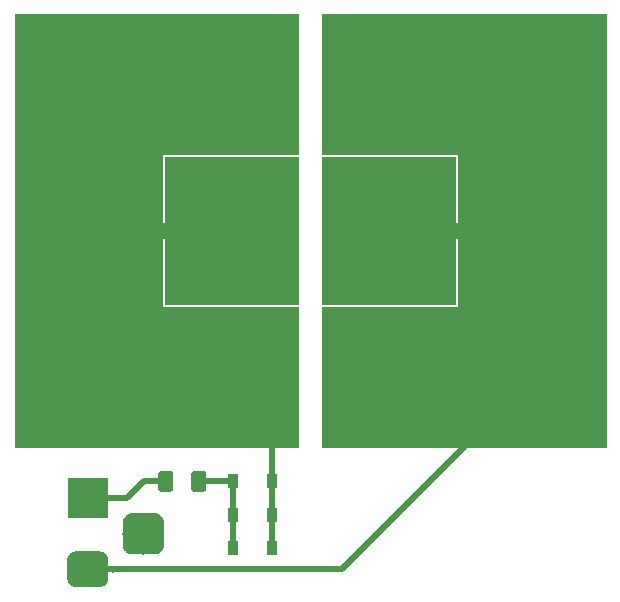
<source format=gbr>
G04 #@! TF.GenerationSoftware,KiCad,Pcbnew,5.0.0-fee4fd1~66~ubuntu16.04.1*
G04 #@! TF.CreationDate,2018-10-06T10:53:01+08:00*
G04 #@! TF.ProjectId,base-board,626173652D626F6172642E6B69636164,rev?*
G04 #@! TF.SameCoordinates,Original*
G04 #@! TF.FileFunction,Copper,L1,Top,Signal*
G04 #@! TF.FilePolarity,Positive*
%FSLAX46Y46*%
G04 Gerber Fmt 4.6, Leading zero omitted, Abs format (unit mm)*
G04 Created by KiCad (PCBNEW 5.0.0-fee4fd1~66~ubuntu16.04.1) date Sat Oct  6 10:53:01 2018*
%MOMM*%
%LPD*%
G01*
G04 APERTURE LIST*
G04 #@! TA.AperFunction,EtchedComponent*
%ADD10C,0.010000*%
G04 #@! TD*
G04 #@! TA.AperFunction,Conductor*
%ADD11C,0.150000*%
G04 #@! TD*
G04 #@! TA.AperFunction,ComponentPad*
%ADD12C,3.500000*%
G04 #@! TD*
G04 #@! TA.AperFunction,ComponentPad*
%ADD13C,3.000000*%
G04 #@! TD*
G04 #@! TA.AperFunction,ComponentPad*
%ADD14R,3.500000X3.500000*%
G04 #@! TD*
G04 #@! TA.AperFunction,SMDPad,CuDef*
%ADD15C,1.250000*%
G04 #@! TD*
G04 #@! TA.AperFunction,SMDPad,CuDef*
%ADD16R,0.900000X1.200000*%
G04 #@! TD*
G04 #@! TA.AperFunction,Conductor*
%ADD17C,0.500000*%
G04 #@! TD*
G04 #@! TA.AperFunction,Conductor*
%ADD18C,0.250000*%
G04 #@! TD*
G04 APERTURE END LIST*
D10*
G04 #@! TO.C,J2*
G36*
X189012333Y-109598000D02*
X164967000Y-109598000D01*
X164967000Y-97787000D01*
X176524000Y-97787000D01*
X176524000Y-91945000D01*
X176227666Y-91945000D01*
X176227666Y-97490666D01*
X164967000Y-97490666D01*
X164967000Y-85087000D01*
X176227666Y-85087000D01*
X176227666Y-90632666D01*
X176524000Y-90632666D01*
X176524000Y-84790666D01*
X164967000Y-84790666D01*
X164967000Y-72979666D01*
X189012333Y-72979666D01*
X189012333Y-109598000D01*
X189012333Y-109598000D01*
G37*
X189012333Y-109598000D02*
X164967000Y-109598000D01*
X164967000Y-97787000D01*
X176524000Y-97787000D01*
X176524000Y-91945000D01*
X176227666Y-91945000D01*
X176227666Y-97490666D01*
X164967000Y-97490666D01*
X164967000Y-85087000D01*
X176227666Y-85087000D01*
X176227666Y-90632666D01*
X176524000Y-90632666D01*
X176524000Y-84790666D01*
X164967000Y-84790666D01*
X164967000Y-72979666D01*
X189012333Y-72979666D01*
X189012333Y-109598000D01*
G36*
X162977333Y-84790364D02*
X157209416Y-84801098D01*
X151441500Y-84811833D01*
X151430624Y-87722250D01*
X151419749Y-90632666D01*
X151716666Y-90632666D01*
X151716666Y-85087000D01*
X162977333Y-85087000D01*
X162977333Y-97490666D01*
X151716666Y-97490666D01*
X151716666Y-91945000D01*
X151419749Y-91945000D01*
X151430624Y-94855416D01*
X151441500Y-97765833D01*
X157209416Y-97776567D01*
X162977333Y-97787302D01*
X162977333Y-109598000D01*
X138974333Y-109598000D01*
X138974333Y-72979666D01*
X162977333Y-72979666D01*
X162977333Y-84790364D01*
X162977333Y-84790364D01*
G37*
X162977333Y-84790364D02*
X157209416Y-84801098D01*
X151441500Y-84811833D01*
X151430624Y-87722250D01*
X151419749Y-90632666D01*
X151716666Y-90632666D01*
X151716666Y-85087000D01*
X162977333Y-85087000D01*
X162977333Y-97490666D01*
X151716666Y-97490666D01*
X151716666Y-91945000D01*
X151419749Y-91945000D01*
X151430624Y-94855416D01*
X151441500Y-97765833D01*
X157209416Y-97776567D01*
X162977333Y-97787302D01*
X162977333Y-109598000D01*
X138974333Y-109598000D01*
X138974333Y-72979666D01*
X162977333Y-72979666D01*
X162977333Y-84790364D01*
G04 #@! TD*
D11*
G04 #@! TO.N,N/C*
G04 #@! TO.C,J1*
G36*
X150812765Y-115205213D02*
X150897704Y-115217813D01*
X150980999Y-115238677D01*
X151061848Y-115267605D01*
X151139472Y-115304319D01*
X151213124Y-115348464D01*
X151282094Y-115399616D01*
X151345718Y-115457282D01*
X151403384Y-115520906D01*
X151454536Y-115589876D01*
X151498681Y-115663528D01*
X151535395Y-115741152D01*
X151564323Y-115822001D01*
X151585187Y-115905296D01*
X151597787Y-115990235D01*
X151602000Y-116076000D01*
X151602000Y-117826000D01*
X151597787Y-117911765D01*
X151585187Y-117996704D01*
X151564323Y-118079999D01*
X151535395Y-118160848D01*
X151498681Y-118238472D01*
X151454536Y-118312124D01*
X151403384Y-118381094D01*
X151345718Y-118444718D01*
X151282094Y-118502384D01*
X151213124Y-118553536D01*
X151139472Y-118597681D01*
X151061848Y-118634395D01*
X150980999Y-118663323D01*
X150897704Y-118684187D01*
X150812765Y-118696787D01*
X150727000Y-118701000D01*
X148977000Y-118701000D01*
X148891235Y-118696787D01*
X148806296Y-118684187D01*
X148723001Y-118663323D01*
X148642152Y-118634395D01*
X148564528Y-118597681D01*
X148490876Y-118553536D01*
X148421906Y-118502384D01*
X148358282Y-118444718D01*
X148300616Y-118381094D01*
X148249464Y-118312124D01*
X148205319Y-118238472D01*
X148168605Y-118160848D01*
X148139677Y-118079999D01*
X148118813Y-117996704D01*
X148106213Y-117911765D01*
X148102000Y-117826000D01*
X148102000Y-116076000D01*
X148106213Y-115990235D01*
X148118813Y-115905296D01*
X148139677Y-115822001D01*
X148168605Y-115741152D01*
X148205319Y-115663528D01*
X148249464Y-115589876D01*
X148300616Y-115520906D01*
X148358282Y-115457282D01*
X148421906Y-115399616D01*
X148490876Y-115348464D01*
X148564528Y-115304319D01*
X148642152Y-115267605D01*
X148723001Y-115238677D01*
X148806296Y-115217813D01*
X148891235Y-115205213D01*
X148977000Y-115201000D01*
X150727000Y-115201000D01*
X150812765Y-115205213D01*
X150812765Y-115205213D01*
G37*
D12*
G04 #@! TD*
G04 #@! TO.P,J1,3*
G04 #@! TO.N,N/C*
X149852000Y-116951000D03*
D11*
G04 #@! TO.N,-*
G04 #@! TO.C,J1*
G36*
X146225513Y-118454611D02*
X146298318Y-118465411D01*
X146369714Y-118483295D01*
X146439013Y-118508090D01*
X146505548Y-118539559D01*
X146568678Y-118577398D01*
X146627795Y-118621242D01*
X146682330Y-118670670D01*
X146731758Y-118725205D01*
X146775602Y-118784322D01*
X146813441Y-118847452D01*
X146844910Y-118913987D01*
X146869705Y-118983286D01*
X146887589Y-119054682D01*
X146898389Y-119127487D01*
X146902000Y-119201000D01*
X146902000Y-120701000D01*
X146898389Y-120774513D01*
X146887589Y-120847318D01*
X146869705Y-120918714D01*
X146844910Y-120988013D01*
X146813441Y-121054548D01*
X146775602Y-121117678D01*
X146731758Y-121176795D01*
X146682330Y-121231330D01*
X146627795Y-121280758D01*
X146568678Y-121324602D01*
X146505548Y-121362441D01*
X146439013Y-121393910D01*
X146369714Y-121418705D01*
X146298318Y-121436589D01*
X146225513Y-121447389D01*
X146152000Y-121451000D01*
X144152000Y-121451000D01*
X144078487Y-121447389D01*
X144005682Y-121436589D01*
X143934286Y-121418705D01*
X143864987Y-121393910D01*
X143798452Y-121362441D01*
X143735322Y-121324602D01*
X143676205Y-121280758D01*
X143621670Y-121231330D01*
X143572242Y-121176795D01*
X143528398Y-121117678D01*
X143490559Y-121054548D01*
X143459090Y-120988013D01*
X143434295Y-120918714D01*
X143416411Y-120847318D01*
X143405611Y-120774513D01*
X143402000Y-120701000D01*
X143402000Y-119201000D01*
X143405611Y-119127487D01*
X143416411Y-119054682D01*
X143434295Y-118983286D01*
X143459090Y-118913987D01*
X143490559Y-118847452D01*
X143528398Y-118784322D01*
X143572242Y-118725205D01*
X143621670Y-118670670D01*
X143676205Y-118621242D01*
X143735322Y-118577398D01*
X143798452Y-118539559D01*
X143864987Y-118508090D01*
X143934286Y-118483295D01*
X144005682Y-118465411D01*
X144078487Y-118454611D01*
X144152000Y-118451000D01*
X146152000Y-118451000D01*
X146225513Y-118454611D01*
X146225513Y-118454611D01*
G37*
D13*
G04 #@! TD*
G04 #@! TO.P,J1,2*
G04 #@! TO.N,-*
X145152000Y-119951000D03*
D14*
G04 #@! TO.P,J1,1*
G04 #@! TO.N,Net-(F1-Pad2)*
X145152000Y-113951000D03*
G04 #@! TD*
D11*
G04 #@! TO.N,Net-(D1-Pad2)*
G04 #@! TO.C,F1*
G36*
X154949504Y-111648204D02*
X154973773Y-111651804D01*
X154997571Y-111657765D01*
X155020671Y-111666030D01*
X155042849Y-111676520D01*
X155063893Y-111689133D01*
X155083598Y-111703747D01*
X155101777Y-111720223D01*
X155118253Y-111738402D01*
X155132867Y-111758107D01*
X155145480Y-111779151D01*
X155155970Y-111801329D01*
X155164235Y-111824429D01*
X155170196Y-111848227D01*
X155173796Y-111872496D01*
X155175000Y-111897000D01*
X155175000Y-113147000D01*
X155173796Y-113171504D01*
X155170196Y-113195773D01*
X155164235Y-113219571D01*
X155155970Y-113242671D01*
X155145480Y-113264849D01*
X155132867Y-113285893D01*
X155118253Y-113305598D01*
X155101777Y-113323777D01*
X155083598Y-113340253D01*
X155063893Y-113354867D01*
X155042849Y-113367480D01*
X155020671Y-113377970D01*
X154997571Y-113386235D01*
X154973773Y-113392196D01*
X154949504Y-113395796D01*
X154925000Y-113397000D01*
X154175000Y-113397000D01*
X154150496Y-113395796D01*
X154126227Y-113392196D01*
X154102429Y-113386235D01*
X154079329Y-113377970D01*
X154057151Y-113367480D01*
X154036107Y-113354867D01*
X154016402Y-113340253D01*
X153998223Y-113323777D01*
X153981747Y-113305598D01*
X153967133Y-113285893D01*
X153954520Y-113264849D01*
X153944030Y-113242671D01*
X153935765Y-113219571D01*
X153929804Y-113195773D01*
X153926204Y-113171504D01*
X153925000Y-113147000D01*
X153925000Y-111897000D01*
X153926204Y-111872496D01*
X153929804Y-111848227D01*
X153935765Y-111824429D01*
X153944030Y-111801329D01*
X153954520Y-111779151D01*
X153967133Y-111758107D01*
X153981747Y-111738402D01*
X153998223Y-111720223D01*
X154016402Y-111703747D01*
X154036107Y-111689133D01*
X154057151Y-111676520D01*
X154079329Y-111666030D01*
X154102429Y-111657765D01*
X154126227Y-111651804D01*
X154150496Y-111648204D01*
X154175000Y-111647000D01*
X154925000Y-111647000D01*
X154949504Y-111648204D01*
X154949504Y-111648204D01*
G37*
D15*
G04 #@! TD*
G04 #@! TO.P,F1,1*
G04 #@! TO.N,Net-(D1-Pad2)*
X154550000Y-112522000D03*
D11*
G04 #@! TO.N,Net-(F1-Pad2)*
G04 #@! TO.C,F1*
G36*
X152149504Y-111648204D02*
X152173773Y-111651804D01*
X152197571Y-111657765D01*
X152220671Y-111666030D01*
X152242849Y-111676520D01*
X152263893Y-111689133D01*
X152283598Y-111703747D01*
X152301777Y-111720223D01*
X152318253Y-111738402D01*
X152332867Y-111758107D01*
X152345480Y-111779151D01*
X152355970Y-111801329D01*
X152364235Y-111824429D01*
X152370196Y-111848227D01*
X152373796Y-111872496D01*
X152375000Y-111897000D01*
X152375000Y-113147000D01*
X152373796Y-113171504D01*
X152370196Y-113195773D01*
X152364235Y-113219571D01*
X152355970Y-113242671D01*
X152345480Y-113264849D01*
X152332867Y-113285893D01*
X152318253Y-113305598D01*
X152301777Y-113323777D01*
X152283598Y-113340253D01*
X152263893Y-113354867D01*
X152242849Y-113367480D01*
X152220671Y-113377970D01*
X152197571Y-113386235D01*
X152173773Y-113392196D01*
X152149504Y-113395796D01*
X152125000Y-113397000D01*
X151375000Y-113397000D01*
X151350496Y-113395796D01*
X151326227Y-113392196D01*
X151302429Y-113386235D01*
X151279329Y-113377970D01*
X151257151Y-113367480D01*
X151236107Y-113354867D01*
X151216402Y-113340253D01*
X151198223Y-113323777D01*
X151181747Y-113305598D01*
X151167133Y-113285893D01*
X151154520Y-113264849D01*
X151144030Y-113242671D01*
X151135765Y-113219571D01*
X151129804Y-113195773D01*
X151126204Y-113171504D01*
X151125000Y-113147000D01*
X151125000Y-111897000D01*
X151126204Y-111872496D01*
X151129804Y-111848227D01*
X151135765Y-111824429D01*
X151144030Y-111801329D01*
X151154520Y-111779151D01*
X151167133Y-111758107D01*
X151181747Y-111738402D01*
X151198223Y-111720223D01*
X151216402Y-111703747D01*
X151236107Y-111689133D01*
X151257151Y-111676520D01*
X151279329Y-111666030D01*
X151302429Y-111657765D01*
X151326227Y-111651804D01*
X151350496Y-111648204D01*
X151375000Y-111647000D01*
X152125000Y-111647000D01*
X152149504Y-111648204D01*
X152149504Y-111648204D01*
G37*
D15*
G04 #@! TD*
G04 #@! TO.P,F1,2*
G04 #@! TO.N,Net-(F1-Pad2)*
X151750000Y-112522000D03*
D16*
G04 #@! TO.P,D3,2*
G04 #@! TO.N,Net-(D1-Pad2)*
X157468000Y-115353000D03*
G04 #@! TO.P,D3,1*
G04 #@! TO.N,+*
X160768000Y-115353000D03*
G04 #@! TD*
G04 #@! TO.P,D2,2*
G04 #@! TO.N,Net-(D1-Pad2)*
X157468000Y-118184000D03*
G04 #@! TO.P,D2,1*
G04 #@! TO.N,+*
X160768000Y-118184000D03*
G04 #@! TD*
G04 #@! TO.P,D1,2*
G04 #@! TO.N,Net-(D1-Pad2)*
X157468000Y-112522000D03*
G04 #@! TO.P,D1,1*
G04 #@! TO.N,+*
X160768000Y-112522000D03*
G04 #@! TD*
D17*
G04 #@! TO.N,+*
X148848000Y-106728000D02*
X148848000Y-105778000D01*
X148846000Y-105776000D02*
X148846000Y-104129000D01*
X148848000Y-105778000D02*
X148846000Y-105776000D01*
X157482999Y-108681999D02*
X157325000Y-108524000D01*
X160768000Y-117084000D02*
X160757000Y-117073000D01*
X160768000Y-118184000D02*
X160768000Y-117084000D01*
X160757000Y-117073000D02*
X160757000Y-107915000D01*
D18*
G04 #@! TO.N,-*
X147152000Y-119951000D02*
X147306000Y-120105000D01*
X145152000Y-119951000D02*
X147152000Y-119951000D01*
D17*
X147402000Y-119951000D02*
X147428000Y-119977000D01*
X145152000Y-119951000D02*
X147402000Y-119951000D01*
X147428000Y-119977000D02*
X166658000Y-119977000D01*
X166658000Y-119977000D02*
X178291000Y-108344000D01*
X178291000Y-108344000D02*
X178291000Y-102065000D01*
G04 #@! TO.N,Net-(D1-Pad2)*
X154550000Y-112522000D02*
X157385000Y-112522000D01*
X157468000Y-112522000D02*
X157468000Y-118188000D01*
X157468000Y-118188000D02*
X157443000Y-118213000D01*
D18*
G04 #@! TO.N,Net-(F1-Pad2)*
X145152000Y-113951000D02*
X147152000Y-113951000D01*
D17*
X145152000Y-113951000D02*
X148476000Y-113951000D01*
X148476000Y-113951000D02*
X149944000Y-112483000D01*
X149944000Y-112483000D02*
X151576000Y-112483000D01*
G04 #@! TD*
M02*

</source>
